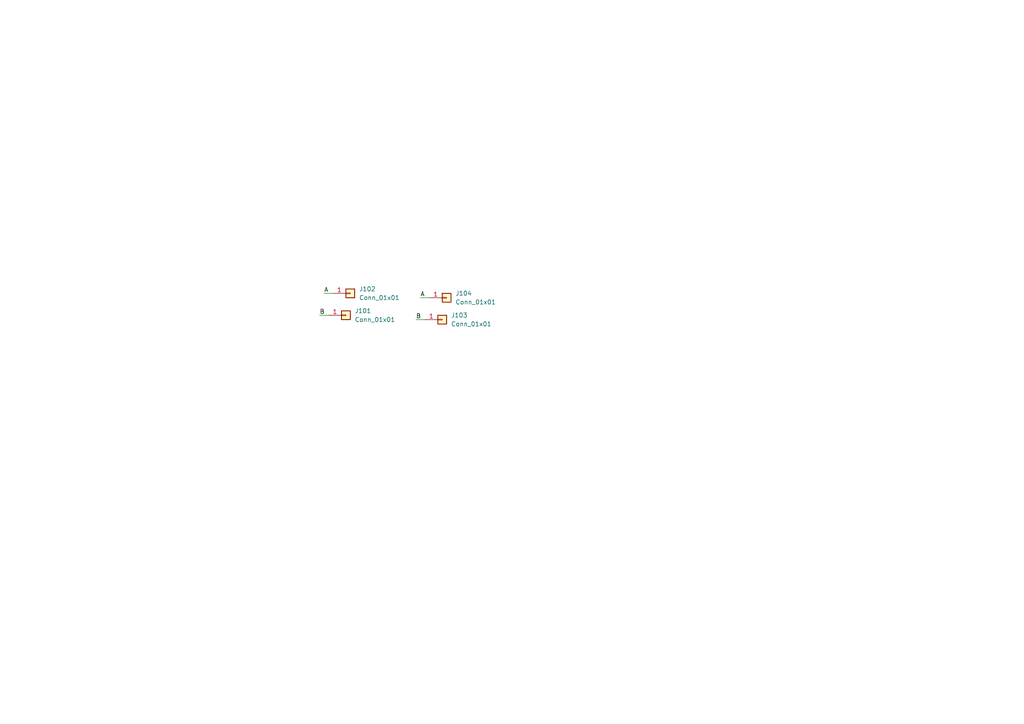
<source format=kicad_sch>
(kicad_sch (version 20230121) (generator eeschema)
  (paper "A4")
  (lib_symbols
    (symbol "Connector_Generic:Conn_01x01" (pin_names (offset 1.016) hide)
      (property "Reference" "J" (at 0 2.54 0))
      (property "Value" "Conn_01x01" (at 0 -2.54 0))
      (symbol "Conn_01x01_1_1"
        (rectangle (start -1.27 0.127) (end 0 -0.127) (stroke (width 0.1524)))
        (rectangle (start -1.27 1.27) (end 1.27 -1.27) (stroke (width 0.254)) (fill (type background)))
        (pin passive line (at -5.08 0 0) (length 3.81) (name "Pin_1") (number "1"))
      )
    )
  )
  (wire (pts (xy 120.65 92.71) (xy 123.19 92.71)))
  (wire (pts (xy 121.92 86.36) (xy 124.46 86.36)))
  (wire (pts (xy 92.71 91.44) (xy 95.25 91.44)))
  (wire (pts (xy 93.98 85.09) (xy 96.52 85.09)))
  (label "B" (at 92.71 91.44 0))
  (label "A" (at 121.92 86.36 0))
  (label "B" (at 120.65 92.71 0))
  (label "A" (at 93.98 85.09 0))
  (symbol (lib_id "Connector_Generic:Conn_01x01") (at 129.54 86.36 0) (unit 1)
    (property "Reference" "J104" (at 132.08 85.09 0) (effects (justify left)))
    (property "Value" "Conn_01x01" (at 132.08 87.63 0) (effects (justify left)))
    (property "Footprint" "Connector_Wire:SolderWirePad_1x01_SMD_1x2mm" (effects hide))
  )
  (symbol (lib_id "Connector_Generic:Conn_01x01") (at 128.27 92.71 0) (unit 1)
    (property "Reference" "J103" (at 130.81 91.44 0) (effects (justify left)))
    (property "Value" "Conn_01x01" (at 130.81 93.98 0) (effects (justify left)))
    (property "Footprint" "Connector_Wire:SolderWirePad_1x01_SMD_1x2mm" (effects hide))
  )
  (symbol (lib_id "Connector_Generic:Conn_01x01") (at 101.6 85.09 0) (unit 1)
    (property "Reference" "J102" (at 104.14 83.82 0) (effects (justify left)))
    (property "Value" "Conn_01x01" (at 104.14 86.36 0) (effects (justify left)))
    (property "Footprint" "Connector_Wire:SolderWirePad_1x01_SMD_1x2mm" (effects hide))
  )
  (symbol (lib_id "Connector_Generic:Conn_01x01") (at 100.33 91.44 0) (unit 1)
    (property "Reference" "J101" (at 102.87 90.17 0) (effects (justify left)))
    (property "Value" "Conn_01x01" (at 102.87 92.71 0) (effects (justify left)))
    (property "Footprint" "Connector_Wire:SolderWirePad_1x01_SMD_1x2mm" (effects hide))
  )
)
</source>
